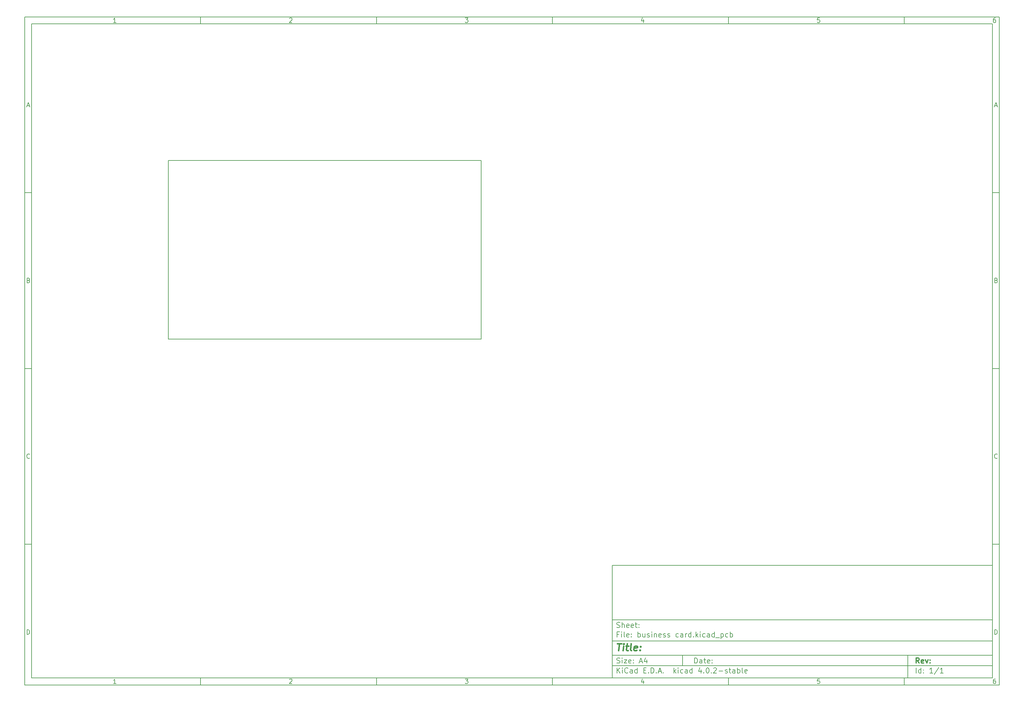
<source format=gbr>
G04 #@! TF.FileFunction,Profile,NP*
%FSLAX46Y46*%
G04 Gerber Fmt 4.6, Leading zero omitted, Abs format (unit mm)*
G04 Created by KiCad (PCBNEW 4.0.2-stable) date Sunday, October 30, 2016 'PMt' 03:56:09 PM*
%MOMM*%
G01*
G04 APERTURE LIST*
%ADD10C,0.100000*%
%ADD11C,0.150000*%
%ADD12C,0.300000*%
%ADD13C,0.400000*%
G04 APERTURE END LIST*
D10*
D11*
X177002200Y-166007200D02*
X177002200Y-198007200D01*
X285002200Y-198007200D01*
X285002200Y-166007200D01*
X177002200Y-166007200D01*
D10*
D11*
X10000000Y-10000000D02*
X10000000Y-200007200D01*
X287002200Y-200007200D01*
X287002200Y-10000000D01*
X10000000Y-10000000D01*
D10*
D11*
X12000000Y-12000000D02*
X12000000Y-198007200D01*
X285002200Y-198007200D01*
X285002200Y-12000000D01*
X12000000Y-12000000D01*
D10*
D11*
X60000000Y-12000000D02*
X60000000Y-10000000D01*
D10*
D11*
X110000000Y-12000000D02*
X110000000Y-10000000D01*
D10*
D11*
X160000000Y-12000000D02*
X160000000Y-10000000D01*
D10*
D11*
X210000000Y-12000000D02*
X210000000Y-10000000D01*
D10*
D11*
X260000000Y-12000000D02*
X260000000Y-10000000D01*
D10*
D11*
X35990476Y-11588095D02*
X35247619Y-11588095D01*
X35619048Y-11588095D02*
X35619048Y-10288095D01*
X35495238Y-10473810D01*
X35371429Y-10597619D01*
X35247619Y-10659524D01*
D10*
D11*
X85247619Y-10411905D02*
X85309524Y-10350000D01*
X85433333Y-10288095D01*
X85742857Y-10288095D01*
X85866667Y-10350000D01*
X85928571Y-10411905D01*
X85990476Y-10535714D01*
X85990476Y-10659524D01*
X85928571Y-10845238D01*
X85185714Y-11588095D01*
X85990476Y-11588095D01*
D10*
D11*
X135185714Y-10288095D02*
X135990476Y-10288095D01*
X135557143Y-10783333D01*
X135742857Y-10783333D01*
X135866667Y-10845238D01*
X135928571Y-10907143D01*
X135990476Y-11030952D01*
X135990476Y-11340476D01*
X135928571Y-11464286D01*
X135866667Y-11526190D01*
X135742857Y-11588095D01*
X135371429Y-11588095D01*
X135247619Y-11526190D01*
X135185714Y-11464286D01*
D10*
D11*
X185866667Y-10721429D02*
X185866667Y-11588095D01*
X185557143Y-10226190D02*
X185247619Y-11154762D01*
X186052381Y-11154762D01*
D10*
D11*
X235928571Y-10288095D02*
X235309524Y-10288095D01*
X235247619Y-10907143D01*
X235309524Y-10845238D01*
X235433333Y-10783333D01*
X235742857Y-10783333D01*
X235866667Y-10845238D01*
X235928571Y-10907143D01*
X235990476Y-11030952D01*
X235990476Y-11340476D01*
X235928571Y-11464286D01*
X235866667Y-11526190D01*
X235742857Y-11588095D01*
X235433333Y-11588095D01*
X235309524Y-11526190D01*
X235247619Y-11464286D01*
D10*
D11*
X285866667Y-10288095D02*
X285619048Y-10288095D01*
X285495238Y-10350000D01*
X285433333Y-10411905D01*
X285309524Y-10597619D01*
X285247619Y-10845238D01*
X285247619Y-11340476D01*
X285309524Y-11464286D01*
X285371429Y-11526190D01*
X285495238Y-11588095D01*
X285742857Y-11588095D01*
X285866667Y-11526190D01*
X285928571Y-11464286D01*
X285990476Y-11340476D01*
X285990476Y-11030952D01*
X285928571Y-10907143D01*
X285866667Y-10845238D01*
X285742857Y-10783333D01*
X285495238Y-10783333D01*
X285371429Y-10845238D01*
X285309524Y-10907143D01*
X285247619Y-11030952D01*
D10*
D11*
X60000000Y-198007200D02*
X60000000Y-200007200D01*
D10*
D11*
X110000000Y-198007200D02*
X110000000Y-200007200D01*
D10*
D11*
X160000000Y-198007200D02*
X160000000Y-200007200D01*
D10*
D11*
X210000000Y-198007200D02*
X210000000Y-200007200D01*
D10*
D11*
X260000000Y-198007200D02*
X260000000Y-200007200D01*
D10*
D11*
X35990476Y-199595295D02*
X35247619Y-199595295D01*
X35619048Y-199595295D02*
X35619048Y-198295295D01*
X35495238Y-198481010D01*
X35371429Y-198604819D01*
X35247619Y-198666724D01*
D10*
D11*
X85247619Y-198419105D02*
X85309524Y-198357200D01*
X85433333Y-198295295D01*
X85742857Y-198295295D01*
X85866667Y-198357200D01*
X85928571Y-198419105D01*
X85990476Y-198542914D01*
X85990476Y-198666724D01*
X85928571Y-198852438D01*
X85185714Y-199595295D01*
X85990476Y-199595295D01*
D10*
D11*
X135185714Y-198295295D02*
X135990476Y-198295295D01*
X135557143Y-198790533D01*
X135742857Y-198790533D01*
X135866667Y-198852438D01*
X135928571Y-198914343D01*
X135990476Y-199038152D01*
X135990476Y-199347676D01*
X135928571Y-199471486D01*
X135866667Y-199533390D01*
X135742857Y-199595295D01*
X135371429Y-199595295D01*
X135247619Y-199533390D01*
X135185714Y-199471486D01*
D10*
D11*
X185866667Y-198728629D02*
X185866667Y-199595295D01*
X185557143Y-198233390D02*
X185247619Y-199161962D01*
X186052381Y-199161962D01*
D10*
D11*
X235928571Y-198295295D02*
X235309524Y-198295295D01*
X235247619Y-198914343D01*
X235309524Y-198852438D01*
X235433333Y-198790533D01*
X235742857Y-198790533D01*
X235866667Y-198852438D01*
X235928571Y-198914343D01*
X235990476Y-199038152D01*
X235990476Y-199347676D01*
X235928571Y-199471486D01*
X235866667Y-199533390D01*
X235742857Y-199595295D01*
X235433333Y-199595295D01*
X235309524Y-199533390D01*
X235247619Y-199471486D01*
D10*
D11*
X285866667Y-198295295D02*
X285619048Y-198295295D01*
X285495238Y-198357200D01*
X285433333Y-198419105D01*
X285309524Y-198604819D01*
X285247619Y-198852438D01*
X285247619Y-199347676D01*
X285309524Y-199471486D01*
X285371429Y-199533390D01*
X285495238Y-199595295D01*
X285742857Y-199595295D01*
X285866667Y-199533390D01*
X285928571Y-199471486D01*
X285990476Y-199347676D01*
X285990476Y-199038152D01*
X285928571Y-198914343D01*
X285866667Y-198852438D01*
X285742857Y-198790533D01*
X285495238Y-198790533D01*
X285371429Y-198852438D01*
X285309524Y-198914343D01*
X285247619Y-199038152D01*
D10*
D11*
X10000000Y-60000000D02*
X12000000Y-60000000D01*
D10*
D11*
X10000000Y-110000000D02*
X12000000Y-110000000D01*
D10*
D11*
X10000000Y-160000000D02*
X12000000Y-160000000D01*
D10*
D11*
X10690476Y-35216667D02*
X11309524Y-35216667D01*
X10566667Y-35588095D02*
X11000000Y-34288095D01*
X11433333Y-35588095D01*
D10*
D11*
X11092857Y-84907143D02*
X11278571Y-84969048D01*
X11340476Y-85030952D01*
X11402381Y-85154762D01*
X11402381Y-85340476D01*
X11340476Y-85464286D01*
X11278571Y-85526190D01*
X11154762Y-85588095D01*
X10659524Y-85588095D01*
X10659524Y-84288095D01*
X11092857Y-84288095D01*
X11216667Y-84350000D01*
X11278571Y-84411905D01*
X11340476Y-84535714D01*
X11340476Y-84659524D01*
X11278571Y-84783333D01*
X11216667Y-84845238D01*
X11092857Y-84907143D01*
X10659524Y-84907143D01*
D10*
D11*
X11402381Y-135464286D02*
X11340476Y-135526190D01*
X11154762Y-135588095D01*
X11030952Y-135588095D01*
X10845238Y-135526190D01*
X10721429Y-135402381D01*
X10659524Y-135278571D01*
X10597619Y-135030952D01*
X10597619Y-134845238D01*
X10659524Y-134597619D01*
X10721429Y-134473810D01*
X10845238Y-134350000D01*
X11030952Y-134288095D01*
X11154762Y-134288095D01*
X11340476Y-134350000D01*
X11402381Y-134411905D01*
D10*
D11*
X10659524Y-185588095D02*
X10659524Y-184288095D01*
X10969048Y-184288095D01*
X11154762Y-184350000D01*
X11278571Y-184473810D01*
X11340476Y-184597619D01*
X11402381Y-184845238D01*
X11402381Y-185030952D01*
X11340476Y-185278571D01*
X11278571Y-185402381D01*
X11154762Y-185526190D01*
X10969048Y-185588095D01*
X10659524Y-185588095D01*
D10*
D11*
X287002200Y-60000000D02*
X285002200Y-60000000D01*
D10*
D11*
X287002200Y-110000000D02*
X285002200Y-110000000D01*
D10*
D11*
X287002200Y-160000000D02*
X285002200Y-160000000D01*
D10*
D11*
X285692676Y-35216667D02*
X286311724Y-35216667D01*
X285568867Y-35588095D02*
X286002200Y-34288095D01*
X286435533Y-35588095D01*
D10*
D11*
X286095057Y-84907143D02*
X286280771Y-84969048D01*
X286342676Y-85030952D01*
X286404581Y-85154762D01*
X286404581Y-85340476D01*
X286342676Y-85464286D01*
X286280771Y-85526190D01*
X286156962Y-85588095D01*
X285661724Y-85588095D01*
X285661724Y-84288095D01*
X286095057Y-84288095D01*
X286218867Y-84350000D01*
X286280771Y-84411905D01*
X286342676Y-84535714D01*
X286342676Y-84659524D01*
X286280771Y-84783333D01*
X286218867Y-84845238D01*
X286095057Y-84907143D01*
X285661724Y-84907143D01*
D10*
D11*
X286404581Y-135464286D02*
X286342676Y-135526190D01*
X286156962Y-135588095D01*
X286033152Y-135588095D01*
X285847438Y-135526190D01*
X285723629Y-135402381D01*
X285661724Y-135278571D01*
X285599819Y-135030952D01*
X285599819Y-134845238D01*
X285661724Y-134597619D01*
X285723629Y-134473810D01*
X285847438Y-134350000D01*
X286033152Y-134288095D01*
X286156962Y-134288095D01*
X286342676Y-134350000D01*
X286404581Y-134411905D01*
D10*
D11*
X285661724Y-185588095D02*
X285661724Y-184288095D01*
X285971248Y-184288095D01*
X286156962Y-184350000D01*
X286280771Y-184473810D01*
X286342676Y-184597619D01*
X286404581Y-184845238D01*
X286404581Y-185030952D01*
X286342676Y-185278571D01*
X286280771Y-185402381D01*
X286156962Y-185526190D01*
X285971248Y-185588095D01*
X285661724Y-185588095D01*
D10*
D11*
X200359343Y-193785771D02*
X200359343Y-192285771D01*
X200716486Y-192285771D01*
X200930771Y-192357200D01*
X201073629Y-192500057D01*
X201145057Y-192642914D01*
X201216486Y-192928629D01*
X201216486Y-193142914D01*
X201145057Y-193428629D01*
X201073629Y-193571486D01*
X200930771Y-193714343D01*
X200716486Y-193785771D01*
X200359343Y-193785771D01*
X202502200Y-193785771D02*
X202502200Y-193000057D01*
X202430771Y-192857200D01*
X202287914Y-192785771D01*
X202002200Y-192785771D01*
X201859343Y-192857200D01*
X202502200Y-193714343D02*
X202359343Y-193785771D01*
X202002200Y-193785771D01*
X201859343Y-193714343D01*
X201787914Y-193571486D01*
X201787914Y-193428629D01*
X201859343Y-193285771D01*
X202002200Y-193214343D01*
X202359343Y-193214343D01*
X202502200Y-193142914D01*
X203002200Y-192785771D02*
X203573629Y-192785771D01*
X203216486Y-192285771D02*
X203216486Y-193571486D01*
X203287914Y-193714343D01*
X203430772Y-193785771D01*
X203573629Y-193785771D01*
X204645057Y-193714343D02*
X204502200Y-193785771D01*
X204216486Y-193785771D01*
X204073629Y-193714343D01*
X204002200Y-193571486D01*
X204002200Y-193000057D01*
X204073629Y-192857200D01*
X204216486Y-192785771D01*
X204502200Y-192785771D01*
X204645057Y-192857200D01*
X204716486Y-193000057D01*
X204716486Y-193142914D01*
X204002200Y-193285771D01*
X205359343Y-193642914D02*
X205430771Y-193714343D01*
X205359343Y-193785771D01*
X205287914Y-193714343D01*
X205359343Y-193642914D01*
X205359343Y-193785771D01*
X205359343Y-192857200D02*
X205430771Y-192928629D01*
X205359343Y-193000057D01*
X205287914Y-192928629D01*
X205359343Y-192857200D01*
X205359343Y-193000057D01*
D10*
D11*
X177002200Y-194507200D02*
X285002200Y-194507200D01*
D10*
D11*
X178359343Y-196585771D02*
X178359343Y-195085771D01*
X179216486Y-196585771D02*
X178573629Y-195728629D01*
X179216486Y-195085771D02*
X178359343Y-195942914D01*
X179859343Y-196585771D02*
X179859343Y-195585771D01*
X179859343Y-195085771D02*
X179787914Y-195157200D01*
X179859343Y-195228629D01*
X179930771Y-195157200D01*
X179859343Y-195085771D01*
X179859343Y-195228629D01*
X181430772Y-196442914D02*
X181359343Y-196514343D01*
X181145057Y-196585771D01*
X181002200Y-196585771D01*
X180787915Y-196514343D01*
X180645057Y-196371486D01*
X180573629Y-196228629D01*
X180502200Y-195942914D01*
X180502200Y-195728629D01*
X180573629Y-195442914D01*
X180645057Y-195300057D01*
X180787915Y-195157200D01*
X181002200Y-195085771D01*
X181145057Y-195085771D01*
X181359343Y-195157200D01*
X181430772Y-195228629D01*
X182716486Y-196585771D02*
X182716486Y-195800057D01*
X182645057Y-195657200D01*
X182502200Y-195585771D01*
X182216486Y-195585771D01*
X182073629Y-195657200D01*
X182716486Y-196514343D02*
X182573629Y-196585771D01*
X182216486Y-196585771D01*
X182073629Y-196514343D01*
X182002200Y-196371486D01*
X182002200Y-196228629D01*
X182073629Y-196085771D01*
X182216486Y-196014343D01*
X182573629Y-196014343D01*
X182716486Y-195942914D01*
X184073629Y-196585771D02*
X184073629Y-195085771D01*
X184073629Y-196514343D02*
X183930772Y-196585771D01*
X183645058Y-196585771D01*
X183502200Y-196514343D01*
X183430772Y-196442914D01*
X183359343Y-196300057D01*
X183359343Y-195871486D01*
X183430772Y-195728629D01*
X183502200Y-195657200D01*
X183645058Y-195585771D01*
X183930772Y-195585771D01*
X184073629Y-195657200D01*
X185930772Y-195800057D02*
X186430772Y-195800057D01*
X186645058Y-196585771D02*
X185930772Y-196585771D01*
X185930772Y-195085771D01*
X186645058Y-195085771D01*
X187287915Y-196442914D02*
X187359343Y-196514343D01*
X187287915Y-196585771D01*
X187216486Y-196514343D01*
X187287915Y-196442914D01*
X187287915Y-196585771D01*
X188002201Y-196585771D02*
X188002201Y-195085771D01*
X188359344Y-195085771D01*
X188573629Y-195157200D01*
X188716487Y-195300057D01*
X188787915Y-195442914D01*
X188859344Y-195728629D01*
X188859344Y-195942914D01*
X188787915Y-196228629D01*
X188716487Y-196371486D01*
X188573629Y-196514343D01*
X188359344Y-196585771D01*
X188002201Y-196585771D01*
X189502201Y-196442914D02*
X189573629Y-196514343D01*
X189502201Y-196585771D01*
X189430772Y-196514343D01*
X189502201Y-196442914D01*
X189502201Y-196585771D01*
X190145058Y-196157200D02*
X190859344Y-196157200D01*
X190002201Y-196585771D02*
X190502201Y-195085771D01*
X191002201Y-196585771D01*
X191502201Y-196442914D02*
X191573629Y-196514343D01*
X191502201Y-196585771D01*
X191430772Y-196514343D01*
X191502201Y-196442914D01*
X191502201Y-196585771D01*
X194502201Y-196585771D02*
X194502201Y-195085771D01*
X194645058Y-196014343D02*
X195073629Y-196585771D01*
X195073629Y-195585771D02*
X194502201Y-196157200D01*
X195716487Y-196585771D02*
X195716487Y-195585771D01*
X195716487Y-195085771D02*
X195645058Y-195157200D01*
X195716487Y-195228629D01*
X195787915Y-195157200D01*
X195716487Y-195085771D01*
X195716487Y-195228629D01*
X197073630Y-196514343D02*
X196930773Y-196585771D01*
X196645059Y-196585771D01*
X196502201Y-196514343D01*
X196430773Y-196442914D01*
X196359344Y-196300057D01*
X196359344Y-195871486D01*
X196430773Y-195728629D01*
X196502201Y-195657200D01*
X196645059Y-195585771D01*
X196930773Y-195585771D01*
X197073630Y-195657200D01*
X198359344Y-196585771D02*
X198359344Y-195800057D01*
X198287915Y-195657200D01*
X198145058Y-195585771D01*
X197859344Y-195585771D01*
X197716487Y-195657200D01*
X198359344Y-196514343D02*
X198216487Y-196585771D01*
X197859344Y-196585771D01*
X197716487Y-196514343D01*
X197645058Y-196371486D01*
X197645058Y-196228629D01*
X197716487Y-196085771D01*
X197859344Y-196014343D01*
X198216487Y-196014343D01*
X198359344Y-195942914D01*
X199716487Y-196585771D02*
X199716487Y-195085771D01*
X199716487Y-196514343D02*
X199573630Y-196585771D01*
X199287916Y-196585771D01*
X199145058Y-196514343D01*
X199073630Y-196442914D01*
X199002201Y-196300057D01*
X199002201Y-195871486D01*
X199073630Y-195728629D01*
X199145058Y-195657200D01*
X199287916Y-195585771D01*
X199573630Y-195585771D01*
X199716487Y-195657200D01*
X202216487Y-195585771D02*
X202216487Y-196585771D01*
X201859344Y-195014343D02*
X201502201Y-196085771D01*
X202430773Y-196085771D01*
X203002201Y-196442914D02*
X203073629Y-196514343D01*
X203002201Y-196585771D01*
X202930772Y-196514343D01*
X203002201Y-196442914D01*
X203002201Y-196585771D01*
X204002201Y-195085771D02*
X204145058Y-195085771D01*
X204287915Y-195157200D01*
X204359344Y-195228629D01*
X204430773Y-195371486D01*
X204502201Y-195657200D01*
X204502201Y-196014343D01*
X204430773Y-196300057D01*
X204359344Y-196442914D01*
X204287915Y-196514343D01*
X204145058Y-196585771D01*
X204002201Y-196585771D01*
X203859344Y-196514343D01*
X203787915Y-196442914D01*
X203716487Y-196300057D01*
X203645058Y-196014343D01*
X203645058Y-195657200D01*
X203716487Y-195371486D01*
X203787915Y-195228629D01*
X203859344Y-195157200D01*
X204002201Y-195085771D01*
X205145058Y-196442914D02*
X205216486Y-196514343D01*
X205145058Y-196585771D01*
X205073629Y-196514343D01*
X205145058Y-196442914D01*
X205145058Y-196585771D01*
X205787915Y-195228629D02*
X205859344Y-195157200D01*
X206002201Y-195085771D01*
X206359344Y-195085771D01*
X206502201Y-195157200D01*
X206573630Y-195228629D01*
X206645058Y-195371486D01*
X206645058Y-195514343D01*
X206573630Y-195728629D01*
X205716487Y-196585771D01*
X206645058Y-196585771D01*
X207287915Y-196014343D02*
X208430772Y-196014343D01*
X209073629Y-196514343D02*
X209216486Y-196585771D01*
X209502201Y-196585771D01*
X209645058Y-196514343D01*
X209716486Y-196371486D01*
X209716486Y-196300057D01*
X209645058Y-196157200D01*
X209502201Y-196085771D01*
X209287915Y-196085771D01*
X209145058Y-196014343D01*
X209073629Y-195871486D01*
X209073629Y-195800057D01*
X209145058Y-195657200D01*
X209287915Y-195585771D01*
X209502201Y-195585771D01*
X209645058Y-195657200D01*
X210145058Y-195585771D02*
X210716487Y-195585771D01*
X210359344Y-195085771D02*
X210359344Y-196371486D01*
X210430772Y-196514343D01*
X210573630Y-196585771D01*
X210716487Y-196585771D01*
X211859344Y-196585771D02*
X211859344Y-195800057D01*
X211787915Y-195657200D01*
X211645058Y-195585771D01*
X211359344Y-195585771D01*
X211216487Y-195657200D01*
X211859344Y-196514343D02*
X211716487Y-196585771D01*
X211359344Y-196585771D01*
X211216487Y-196514343D01*
X211145058Y-196371486D01*
X211145058Y-196228629D01*
X211216487Y-196085771D01*
X211359344Y-196014343D01*
X211716487Y-196014343D01*
X211859344Y-195942914D01*
X212573630Y-196585771D02*
X212573630Y-195085771D01*
X212573630Y-195657200D02*
X212716487Y-195585771D01*
X213002201Y-195585771D01*
X213145058Y-195657200D01*
X213216487Y-195728629D01*
X213287916Y-195871486D01*
X213287916Y-196300057D01*
X213216487Y-196442914D01*
X213145058Y-196514343D01*
X213002201Y-196585771D01*
X212716487Y-196585771D01*
X212573630Y-196514343D01*
X214145059Y-196585771D02*
X214002201Y-196514343D01*
X213930773Y-196371486D01*
X213930773Y-195085771D01*
X215287915Y-196514343D02*
X215145058Y-196585771D01*
X214859344Y-196585771D01*
X214716487Y-196514343D01*
X214645058Y-196371486D01*
X214645058Y-195800057D01*
X214716487Y-195657200D01*
X214859344Y-195585771D01*
X215145058Y-195585771D01*
X215287915Y-195657200D01*
X215359344Y-195800057D01*
X215359344Y-195942914D01*
X214645058Y-196085771D01*
D10*
D11*
X177002200Y-191507200D02*
X285002200Y-191507200D01*
D10*
D12*
X264216486Y-193785771D02*
X263716486Y-193071486D01*
X263359343Y-193785771D02*
X263359343Y-192285771D01*
X263930771Y-192285771D01*
X264073629Y-192357200D01*
X264145057Y-192428629D01*
X264216486Y-192571486D01*
X264216486Y-192785771D01*
X264145057Y-192928629D01*
X264073629Y-193000057D01*
X263930771Y-193071486D01*
X263359343Y-193071486D01*
X265430771Y-193714343D02*
X265287914Y-193785771D01*
X265002200Y-193785771D01*
X264859343Y-193714343D01*
X264787914Y-193571486D01*
X264787914Y-193000057D01*
X264859343Y-192857200D01*
X265002200Y-192785771D01*
X265287914Y-192785771D01*
X265430771Y-192857200D01*
X265502200Y-193000057D01*
X265502200Y-193142914D01*
X264787914Y-193285771D01*
X266002200Y-192785771D02*
X266359343Y-193785771D01*
X266716485Y-192785771D01*
X267287914Y-193642914D02*
X267359342Y-193714343D01*
X267287914Y-193785771D01*
X267216485Y-193714343D01*
X267287914Y-193642914D01*
X267287914Y-193785771D01*
X267287914Y-192857200D02*
X267359342Y-192928629D01*
X267287914Y-193000057D01*
X267216485Y-192928629D01*
X267287914Y-192857200D01*
X267287914Y-193000057D01*
D10*
D11*
X178287914Y-193714343D02*
X178502200Y-193785771D01*
X178859343Y-193785771D01*
X179002200Y-193714343D01*
X179073629Y-193642914D01*
X179145057Y-193500057D01*
X179145057Y-193357200D01*
X179073629Y-193214343D01*
X179002200Y-193142914D01*
X178859343Y-193071486D01*
X178573629Y-193000057D01*
X178430771Y-192928629D01*
X178359343Y-192857200D01*
X178287914Y-192714343D01*
X178287914Y-192571486D01*
X178359343Y-192428629D01*
X178430771Y-192357200D01*
X178573629Y-192285771D01*
X178930771Y-192285771D01*
X179145057Y-192357200D01*
X179787914Y-193785771D02*
X179787914Y-192785771D01*
X179787914Y-192285771D02*
X179716485Y-192357200D01*
X179787914Y-192428629D01*
X179859342Y-192357200D01*
X179787914Y-192285771D01*
X179787914Y-192428629D01*
X180359343Y-192785771D02*
X181145057Y-192785771D01*
X180359343Y-193785771D01*
X181145057Y-193785771D01*
X182287914Y-193714343D02*
X182145057Y-193785771D01*
X181859343Y-193785771D01*
X181716486Y-193714343D01*
X181645057Y-193571486D01*
X181645057Y-193000057D01*
X181716486Y-192857200D01*
X181859343Y-192785771D01*
X182145057Y-192785771D01*
X182287914Y-192857200D01*
X182359343Y-193000057D01*
X182359343Y-193142914D01*
X181645057Y-193285771D01*
X183002200Y-193642914D02*
X183073628Y-193714343D01*
X183002200Y-193785771D01*
X182930771Y-193714343D01*
X183002200Y-193642914D01*
X183002200Y-193785771D01*
X183002200Y-192857200D02*
X183073628Y-192928629D01*
X183002200Y-193000057D01*
X182930771Y-192928629D01*
X183002200Y-192857200D01*
X183002200Y-193000057D01*
X184787914Y-193357200D02*
X185502200Y-193357200D01*
X184645057Y-193785771D02*
X185145057Y-192285771D01*
X185645057Y-193785771D01*
X186787914Y-192785771D02*
X186787914Y-193785771D01*
X186430771Y-192214343D02*
X186073628Y-193285771D01*
X187002200Y-193285771D01*
D10*
D11*
X263359343Y-196585771D02*
X263359343Y-195085771D01*
X264716486Y-196585771D02*
X264716486Y-195085771D01*
X264716486Y-196514343D02*
X264573629Y-196585771D01*
X264287915Y-196585771D01*
X264145057Y-196514343D01*
X264073629Y-196442914D01*
X264002200Y-196300057D01*
X264002200Y-195871486D01*
X264073629Y-195728629D01*
X264145057Y-195657200D01*
X264287915Y-195585771D01*
X264573629Y-195585771D01*
X264716486Y-195657200D01*
X265430772Y-196442914D02*
X265502200Y-196514343D01*
X265430772Y-196585771D01*
X265359343Y-196514343D01*
X265430772Y-196442914D01*
X265430772Y-196585771D01*
X265430772Y-195657200D02*
X265502200Y-195728629D01*
X265430772Y-195800057D01*
X265359343Y-195728629D01*
X265430772Y-195657200D01*
X265430772Y-195800057D01*
X268073629Y-196585771D02*
X267216486Y-196585771D01*
X267645058Y-196585771D02*
X267645058Y-195085771D01*
X267502201Y-195300057D01*
X267359343Y-195442914D01*
X267216486Y-195514343D01*
X269787914Y-195014343D02*
X268502200Y-196942914D01*
X271073629Y-196585771D02*
X270216486Y-196585771D01*
X270645058Y-196585771D02*
X270645058Y-195085771D01*
X270502201Y-195300057D01*
X270359343Y-195442914D01*
X270216486Y-195514343D01*
D10*
D11*
X177002200Y-187507200D02*
X285002200Y-187507200D01*
D10*
D13*
X178454581Y-188211962D02*
X179597438Y-188211962D01*
X178776010Y-190211962D02*
X179026010Y-188211962D01*
X180014105Y-190211962D02*
X180180771Y-188878629D01*
X180264105Y-188211962D02*
X180156962Y-188307200D01*
X180240295Y-188402438D01*
X180347439Y-188307200D01*
X180264105Y-188211962D01*
X180240295Y-188402438D01*
X180847438Y-188878629D02*
X181609343Y-188878629D01*
X181216486Y-188211962D02*
X181002200Y-189926248D01*
X181073630Y-190116724D01*
X181252201Y-190211962D01*
X181442677Y-190211962D01*
X182395058Y-190211962D02*
X182216487Y-190116724D01*
X182145057Y-189926248D01*
X182359343Y-188211962D01*
X183930772Y-190116724D02*
X183728391Y-190211962D01*
X183347439Y-190211962D01*
X183168867Y-190116724D01*
X183097438Y-189926248D01*
X183192676Y-189164343D01*
X183311724Y-188973867D01*
X183514105Y-188878629D01*
X183895057Y-188878629D01*
X184073629Y-188973867D01*
X184145057Y-189164343D01*
X184121248Y-189354819D01*
X183145057Y-189545295D01*
X184895057Y-190021486D02*
X184978392Y-190116724D01*
X184871248Y-190211962D01*
X184787915Y-190116724D01*
X184895057Y-190021486D01*
X184871248Y-190211962D01*
X185026010Y-188973867D02*
X185109344Y-189069105D01*
X185002200Y-189164343D01*
X184918867Y-189069105D01*
X185026010Y-188973867D01*
X185002200Y-189164343D01*
D10*
D11*
X178859343Y-185600057D02*
X178359343Y-185600057D01*
X178359343Y-186385771D02*
X178359343Y-184885771D01*
X179073629Y-184885771D01*
X179645057Y-186385771D02*
X179645057Y-185385771D01*
X179645057Y-184885771D02*
X179573628Y-184957200D01*
X179645057Y-185028629D01*
X179716485Y-184957200D01*
X179645057Y-184885771D01*
X179645057Y-185028629D01*
X180573629Y-186385771D02*
X180430771Y-186314343D01*
X180359343Y-186171486D01*
X180359343Y-184885771D01*
X181716485Y-186314343D02*
X181573628Y-186385771D01*
X181287914Y-186385771D01*
X181145057Y-186314343D01*
X181073628Y-186171486D01*
X181073628Y-185600057D01*
X181145057Y-185457200D01*
X181287914Y-185385771D01*
X181573628Y-185385771D01*
X181716485Y-185457200D01*
X181787914Y-185600057D01*
X181787914Y-185742914D01*
X181073628Y-185885771D01*
X182430771Y-186242914D02*
X182502199Y-186314343D01*
X182430771Y-186385771D01*
X182359342Y-186314343D01*
X182430771Y-186242914D01*
X182430771Y-186385771D01*
X182430771Y-185457200D02*
X182502199Y-185528629D01*
X182430771Y-185600057D01*
X182359342Y-185528629D01*
X182430771Y-185457200D01*
X182430771Y-185600057D01*
X184287914Y-186385771D02*
X184287914Y-184885771D01*
X184287914Y-185457200D02*
X184430771Y-185385771D01*
X184716485Y-185385771D01*
X184859342Y-185457200D01*
X184930771Y-185528629D01*
X185002200Y-185671486D01*
X185002200Y-186100057D01*
X184930771Y-186242914D01*
X184859342Y-186314343D01*
X184716485Y-186385771D01*
X184430771Y-186385771D01*
X184287914Y-186314343D01*
X186287914Y-185385771D02*
X186287914Y-186385771D01*
X185645057Y-185385771D02*
X185645057Y-186171486D01*
X185716485Y-186314343D01*
X185859343Y-186385771D01*
X186073628Y-186385771D01*
X186216485Y-186314343D01*
X186287914Y-186242914D01*
X186930771Y-186314343D02*
X187073628Y-186385771D01*
X187359343Y-186385771D01*
X187502200Y-186314343D01*
X187573628Y-186171486D01*
X187573628Y-186100057D01*
X187502200Y-185957200D01*
X187359343Y-185885771D01*
X187145057Y-185885771D01*
X187002200Y-185814343D01*
X186930771Y-185671486D01*
X186930771Y-185600057D01*
X187002200Y-185457200D01*
X187145057Y-185385771D01*
X187359343Y-185385771D01*
X187502200Y-185457200D01*
X188216486Y-186385771D02*
X188216486Y-185385771D01*
X188216486Y-184885771D02*
X188145057Y-184957200D01*
X188216486Y-185028629D01*
X188287914Y-184957200D01*
X188216486Y-184885771D01*
X188216486Y-185028629D01*
X188930772Y-185385771D02*
X188930772Y-186385771D01*
X188930772Y-185528629D02*
X189002200Y-185457200D01*
X189145058Y-185385771D01*
X189359343Y-185385771D01*
X189502200Y-185457200D01*
X189573629Y-185600057D01*
X189573629Y-186385771D01*
X190859343Y-186314343D02*
X190716486Y-186385771D01*
X190430772Y-186385771D01*
X190287915Y-186314343D01*
X190216486Y-186171486D01*
X190216486Y-185600057D01*
X190287915Y-185457200D01*
X190430772Y-185385771D01*
X190716486Y-185385771D01*
X190859343Y-185457200D01*
X190930772Y-185600057D01*
X190930772Y-185742914D01*
X190216486Y-185885771D01*
X191502200Y-186314343D02*
X191645057Y-186385771D01*
X191930772Y-186385771D01*
X192073629Y-186314343D01*
X192145057Y-186171486D01*
X192145057Y-186100057D01*
X192073629Y-185957200D01*
X191930772Y-185885771D01*
X191716486Y-185885771D01*
X191573629Y-185814343D01*
X191502200Y-185671486D01*
X191502200Y-185600057D01*
X191573629Y-185457200D01*
X191716486Y-185385771D01*
X191930772Y-185385771D01*
X192073629Y-185457200D01*
X192716486Y-186314343D02*
X192859343Y-186385771D01*
X193145058Y-186385771D01*
X193287915Y-186314343D01*
X193359343Y-186171486D01*
X193359343Y-186100057D01*
X193287915Y-185957200D01*
X193145058Y-185885771D01*
X192930772Y-185885771D01*
X192787915Y-185814343D01*
X192716486Y-185671486D01*
X192716486Y-185600057D01*
X192787915Y-185457200D01*
X192930772Y-185385771D01*
X193145058Y-185385771D01*
X193287915Y-185457200D01*
X195787915Y-186314343D02*
X195645058Y-186385771D01*
X195359344Y-186385771D01*
X195216486Y-186314343D01*
X195145058Y-186242914D01*
X195073629Y-186100057D01*
X195073629Y-185671486D01*
X195145058Y-185528629D01*
X195216486Y-185457200D01*
X195359344Y-185385771D01*
X195645058Y-185385771D01*
X195787915Y-185457200D01*
X197073629Y-186385771D02*
X197073629Y-185600057D01*
X197002200Y-185457200D01*
X196859343Y-185385771D01*
X196573629Y-185385771D01*
X196430772Y-185457200D01*
X197073629Y-186314343D02*
X196930772Y-186385771D01*
X196573629Y-186385771D01*
X196430772Y-186314343D01*
X196359343Y-186171486D01*
X196359343Y-186028629D01*
X196430772Y-185885771D01*
X196573629Y-185814343D01*
X196930772Y-185814343D01*
X197073629Y-185742914D01*
X197787915Y-186385771D02*
X197787915Y-185385771D01*
X197787915Y-185671486D02*
X197859343Y-185528629D01*
X197930772Y-185457200D01*
X198073629Y-185385771D01*
X198216486Y-185385771D01*
X199359343Y-186385771D02*
X199359343Y-184885771D01*
X199359343Y-186314343D02*
X199216486Y-186385771D01*
X198930772Y-186385771D01*
X198787914Y-186314343D01*
X198716486Y-186242914D01*
X198645057Y-186100057D01*
X198645057Y-185671486D01*
X198716486Y-185528629D01*
X198787914Y-185457200D01*
X198930772Y-185385771D01*
X199216486Y-185385771D01*
X199359343Y-185457200D01*
X200073629Y-186242914D02*
X200145057Y-186314343D01*
X200073629Y-186385771D01*
X200002200Y-186314343D01*
X200073629Y-186242914D01*
X200073629Y-186385771D01*
X200787915Y-186385771D02*
X200787915Y-184885771D01*
X200930772Y-185814343D02*
X201359343Y-186385771D01*
X201359343Y-185385771D02*
X200787915Y-185957200D01*
X202002201Y-186385771D02*
X202002201Y-185385771D01*
X202002201Y-184885771D02*
X201930772Y-184957200D01*
X202002201Y-185028629D01*
X202073629Y-184957200D01*
X202002201Y-184885771D01*
X202002201Y-185028629D01*
X203359344Y-186314343D02*
X203216487Y-186385771D01*
X202930773Y-186385771D01*
X202787915Y-186314343D01*
X202716487Y-186242914D01*
X202645058Y-186100057D01*
X202645058Y-185671486D01*
X202716487Y-185528629D01*
X202787915Y-185457200D01*
X202930773Y-185385771D01*
X203216487Y-185385771D01*
X203359344Y-185457200D01*
X204645058Y-186385771D02*
X204645058Y-185600057D01*
X204573629Y-185457200D01*
X204430772Y-185385771D01*
X204145058Y-185385771D01*
X204002201Y-185457200D01*
X204645058Y-186314343D02*
X204502201Y-186385771D01*
X204145058Y-186385771D01*
X204002201Y-186314343D01*
X203930772Y-186171486D01*
X203930772Y-186028629D01*
X204002201Y-185885771D01*
X204145058Y-185814343D01*
X204502201Y-185814343D01*
X204645058Y-185742914D01*
X206002201Y-186385771D02*
X206002201Y-184885771D01*
X206002201Y-186314343D02*
X205859344Y-186385771D01*
X205573630Y-186385771D01*
X205430772Y-186314343D01*
X205359344Y-186242914D01*
X205287915Y-186100057D01*
X205287915Y-185671486D01*
X205359344Y-185528629D01*
X205430772Y-185457200D01*
X205573630Y-185385771D01*
X205859344Y-185385771D01*
X206002201Y-185457200D01*
X206359344Y-186528629D02*
X207502201Y-186528629D01*
X207859344Y-185385771D02*
X207859344Y-186885771D01*
X207859344Y-185457200D02*
X208002201Y-185385771D01*
X208287915Y-185385771D01*
X208430772Y-185457200D01*
X208502201Y-185528629D01*
X208573630Y-185671486D01*
X208573630Y-186100057D01*
X208502201Y-186242914D01*
X208430772Y-186314343D01*
X208287915Y-186385771D01*
X208002201Y-186385771D01*
X207859344Y-186314343D01*
X209859344Y-186314343D02*
X209716487Y-186385771D01*
X209430773Y-186385771D01*
X209287915Y-186314343D01*
X209216487Y-186242914D01*
X209145058Y-186100057D01*
X209145058Y-185671486D01*
X209216487Y-185528629D01*
X209287915Y-185457200D01*
X209430773Y-185385771D01*
X209716487Y-185385771D01*
X209859344Y-185457200D01*
X210502201Y-186385771D02*
X210502201Y-184885771D01*
X210502201Y-185457200D02*
X210645058Y-185385771D01*
X210930772Y-185385771D01*
X211073629Y-185457200D01*
X211145058Y-185528629D01*
X211216487Y-185671486D01*
X211216487Y-186100057D01*
X211145058Y-186242914D01*
X211073629Y-186314343D01*
X210930772Y-186385771D01*
X210645058Y-186385771D01*
X210502201Y-186314343D01*
D10*
D11*
X177002200Y-181507200D02*
X285002200Y-181507200D01*
D10*
D11*
X178287914Y-183614343D02*
X178502200Y-183685771D01*
X178859343Y-183685771D01*
X179002200Y-183614343D01*
X179073629Y-183542914D01*
X179145057Y-183400057D01*
X179145057Y-183257200D01*
X179073629Y-183114343D01*
X179002200Y-183042914D01*
X178859343Y-182971486D01*
X178573629Y-182900057D01*
X178430771Y-182828629D01*
X178359343Y-182757200D01*
X178287914Y-182614343D01*
X178287914Y-182471486D01*
X178359343Y-182328629D01*
X178430771Y-182257200D01*
X178573629Y-182185771D01*
X178930771Y-182185771D01*
X179145057Y-182257200D01*
X179787914Y-183685771D02*
X179787914Y-182185771D01*
X180430771Y-183685771D02*
X180430771Y-182900057D01*
X180359342Y-182757200D01*
X180216485Y-182685771D01*
X180002200Y-182685771D01*
X179859342Y-182757200D01*
X179787914Y-182828629D01*
X181716485Y-183614343D02*
X181573628Y-183685771D01*
X181287914Y-183685771D01*
X181145057Y-183614343D01*
X181073628Y-183471486D01*
X181073628Y-182900057D01*
X181145057Y-182757200D01*
X181287914Y-182685771D01*
X181573628Y-182685771D01*
X181716485Y-182757200D01*
X181787914Y-182900057D01*
X181787914Y-183042914D01*
X181073628Y-183185771D01*
X183002199Y-183614343D02*
X182859342Y-183685771D01*
X182573628Y-183685771D01*
X182430771Y-183614343D01*
X182359342Y-183471486D01*
X182359342Y-182900057D01*
X182430771Y-182757200D01*
X182573628Y-182685771D01*
X182859342Y-182685771D01*
X183002199Y-182757200D01*
X183073628Y-182900057D01*
X183073628Y-183042914D01*
X182359342Y-183185771D01*
X183502199Y-182685771D02*
X184073628Y-182685771D01*
X183716485Y-182185771D02*
X183716485Y-183471486D01*
X183787913Y-183614343D01*
X183930771Y-183685771D01*
X184073628Y-183685771D01*
X184573628Y-183542914D02*
X184645056Y-183614343D01*
X184573628Y-183685771D01*
X184502199Y-183614343D01*
X184573628Y-183542914D01*
X184573628Y-183685771D01*
X184573628Y-182757200D02*
X184645056Y-182828629D01*
X184573628Y-182900057D01*
X184502199Y-182828629D01*
X184573628Y-182757200D01*
X184573628Y-182900057D01*
D10*
D11*
X197002200Y-191507200D02*
X197002200Y-194507200D01*
D10*
D11*
X261002200Y-191507200D02*
X261002200Y-198007200D01*
X139700000Y-50800000D02*
X50800000Y-50800000D01*
X139700000Y-52070000D02*
X139700000Y-50800000D01*
X139700000Y-101600000D02*
X139700000Y-52070000D01*
X50800000Y-101600000D02*
X139700000Y-101600000D01*
X50800000Y-50800000D02*
X50800000Y-101600000D01*
M02*

</source>
